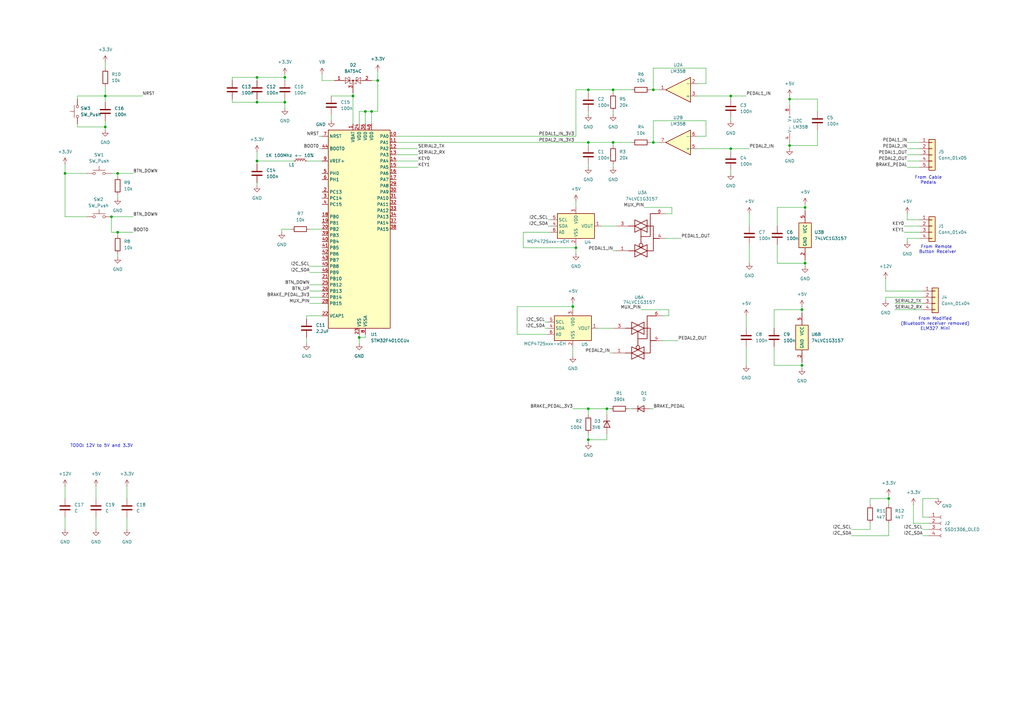
<source format=kicad_sch>
(kicad_sch (version 20231120) (generator "eeschema") (generator_version "8.0")
  (paper "A3")
  (title_block (title "Cruise Control") (date "2024-03-09") (rev "1.0") (company "Beni"))
  (lib_symbols
    (symbol "74xGxx:74LVC1G3157"
      (property "Reference" "U" (at 5.08 7.62 0))
      (property "Value" "74LVC1G3157" (at 10.16 -7.62 0))
      (symbol "74LVC1G3157_1_1"
        (pin bidirectional line (at 10.16 5.08 180) (length 5.08) (name "~") (number "1"))
        (pin bidirectional line (at 10.16 -5.08 180) (length 5.08) (name "~") (number "3"))
        (pin bidirectional line (at -10.16 0 0) (length 5.08) (name "~") (number "4"))
        (pin input line (at -10.16 -10.16 0) (length 5.08) (name "~") (number "6"))
      )
      (symbol "74LVC1G3157_2_1"
        (pin power_in line (at 0 -10.16 90) (length 5.08) (name "GND") (number "2"))
        (pin power_in line (at 0 10.16 270) (length 5.08) (name "VCC") (number "5"))
      )
    )
    (symbol "Amplifier_Operational:LM358" (pin_names (offset 0.127))
      (property "Reference" "U" (at 0 5.08 0))
      (property "Value" "LM358" (at 0 -5.08 0))
      (symbol "LM358_1_1"
        (pin output line (at 7.62 0 180) (length 2.54) (name "~") (number "1"))
        (pin input line (at -7.62 -2.54 0) (length 2.54) (name "-") (number "2"))
        (pin input line (at -7.62 2.54 0) (length 2.54) (name "+") (number "3"))
      )
      (symbol "LM358_2_1"
        (pin input line (at -7.62 2.54 0) (length 2.54) (name "+") (number "5"))
        (pin input line (at -7.62 -2.54 0) (length 2.54) (name "-") (number "6"))
        (pin output line (at 7.62 0 180) (length 2.54) (name "~") (number "7"))
      )
      (symbol "LM358_3_1"
        (pin power_in line (at -2.54 -7.62 90) (length 3.81) (name "V-") (number "4"))
        (pin power_in line (at -2.54 7.62 270) (length 3.81) (name "V+") (number "8"))
      )
    )
    (symbol "Analog_DAC:MCP4725xxx-xCH"
      (property "Reference" "U" (at -6.35 6.35 0))
      (property "Value" "MCP4725xxx-xCH" (at 8.89 6.35 0))
      (symbol "MCP4725xxx-xCH_1_1"
        (pin output line (at 10.16 0 180) (length 2.54) (name "VOUT") (number "1"))
        (pin power_in line (at 0 -7.62 90) (length 2.54) (name "VSS") (number "2"))
        (pin power_in line (at 0 7.62 270) (length 2.54) (name "VDD") (number "3"))
        (pin bidirectional line (at -10.16 0 0) (length 2.54) (name "SDA") (number "4"))
        (pin input line (at -10.16 2.54 0) (length 2.54) (name "SCL") (number "5"))
        (pin input line (at -10.16 -2.54 0) (length 2.54) (name "A0") (number "6"))
      )
    )
    (symbol "Connector:Conn_01x04_Socket" (pin_names (offset 1.016) hide)
      (property "Reference" "J" (at 0 5.08 0))
      (property "Value" "Conn_01x04_Socket" (at 0 -7.62 0))
      (symbol "Conn_01x04_Socket_1_1"
        (pin passive line (at -5.08 2.54 0) (length 3.81) (name "Pin_1") (number "1"))
        (pin passive line (at -5.08 0 0) (length 3.81) (name "Pin_2") (number "2"))
        (pin passive line (at -5.08 -2.54 0) (length 3.81) (name "Pin_3") (number "3"))
        (pin passive line (at -5.08 -5.08 0) (length 3.81) (name "Pin_4") (number "4"))
      )
    )
    (symbol "Connector_Generic:Conn_01x04" (pin_names (offset 1.016) hide)
      (property "Reference" "J" (at 0 5.08 0))
      (property "Value" "Conn_01x04" (at 0 -7.62 0))
      (symbol "Conn_01x04_1_1"
        (pin passive line (at -5.08 2.54 0) (length 3.81) (name "Pin_1") (number "1"))
        (pin passive line (at -5.08 0 0) (length 3.81) (name "Pin_2") (number "2"))
        (pin passive line (at -5.08 -2.54 0) (length 3.81) (name "Pin_3") (number "3"))
        (pin passive line (at -5.08 -5.08 0) (length 3.81) (name "Pin_4") (number "4"))
      )
    )
    (symbol "Connector_Generic:Conn_01x05" (pin_names (offset 1.016) hide)
      (property "Reference" "J" (at 0 7.62 0))
      (property "Value" "Conn_01x05" (at 0 -7.62 0))
      (symbol "Conn_01x05_1_1"
        (pin passive line (at -5.08 5.08 0) (length 3.81) (name "Pin_1") (number "1"))
        (pin passive line (at -5.08 2.54 0) (length 3.81) (name "Pin_2") (number "2"))
        (pin passive line (at -5.08 0 0) (length 3.81) (name "Pin_3") (number "3"))
        (pin passive line (at -5.08 -2.54 0) (length 3.81) (name "Pin_4") (number "4"))
        (pin passive line (at -5.08 -5.08 0) (length 3.81) (name "Pin_5") (number "5"))
      )
    )
    (symbol "Device:C" (pin_numbers hide) (pin_names (offset 0.254))
      (property "Reference" "C" (at 0.635 2.54 0))
      (property "Value" "C" (at 0.635 -2.54 0))
      (symbol "C_1_1"
        (pin passive line (at 0 3.81 270) (length 2.794) (name "~") (number "1"))
        (pin passive line (at 0 -3.81 90) (length 2.794) (name "~") (number "2"))
      )
    )
    (symbol "Device:D" (pin_numbers hide) (pin_names (offset 1.016) hide)
      (property "Reference" "D" (at 0 2.54 0))
      (property "Value" "D" (at 0 -2.54 0))
      (symbol "D_1_1"
        (pin passive line (at -3.81 0 0) (length 2.54) (name "K") (number "1"))
        (pin passive line (at 3.81 0 180) (length 2.54) (name "A") (number "2"))
      )
    )
    (symbol "Device:D_Zener" (pin_numbers hide) (pin_names (offset 1.016) hide)
      (property "Reference" "D" (at 0 2.54 0))
      (property "Value" "D_Zener" (at 0 -2.54 0))
      (symbol "D_Zener_1_1"
        (pin passive line (at -3.81 0 0) (length 2.54) (name "K") (number "1"))
        (pin passive line (at 3.81 0 180) (length 2.54) (name "A") (number "2"))
      )
    )
    (symbol "Device:L_Ferrite_Small" (pin_numbers hide) (pin_names (offset 0.254) hide)
      (property "Reference" "L" (at 1.27 1.016 0))
      (property "Value" "L_Ferrite_Small" (at 1.27 -1.27 0))
      (symbol "L_Ferrite_Small_1_1"
        (pin passive line (at 0 2.54 270) (length 0.508) (name "~") (number "1"))
        (pin passive line (at 0 -2.54 90) (length 0.508) (name "~") (number "2"))
      )
    )
    (symbol "Device:R" (pin_numbers hide) (pin_names (offset 0))
      (property "Reference" "R" (at 2.032 0 90))
      (property "Value" "R" (at 0 0 90))
      (symbol "R_1_1"
        (pin passive line (at 0 3.81 270) (length 1.27) (name "~") (number "1"))
        (pin passive line (at 0 -3.81 90) (length 1.27) (name "~") (number "2"))
      )
    )
    (symbol "Diode:BAT54C" (pin_names (offset 1.016))
      (property "Reference" "D" (at 0.635 -3.81 0))
      (property "Value" "BAT54C" (at -6.35 3.175 0))
      (symbol "BAT54C_1_1"
        (pin passive line (at -7.62 0 0) (length 3.81) (name "~") (number "1"))
        (pin passive line (at 7.62 0 180) (length 3.81) (name "~") (number "2"))
        (pin passive line (at 0 -5.08 90) (length 5.08) (name "~") (number "3"))
      )
    )
    (symbol "MCU_ST_STM32F4:STM32F401CCUx"
      (property "Reference" "U" (at -12.7 41.91 0))
      (property "Value" "STM32F401CCUx" (at 7.62 41.91 0))
      (symbol "STM32F401CCUx_1_1"
        (pin power_in line (at -2.54 43.18 270) (length 2.54) (name "VBAT") (number "1"))
        (pin bidirectional line (at 15.24 38.1 180) (length 2.54) (name "PA0") (number "10"))
        (pin bidirectional line (at 15.24 35.56 180) (length 2.54) (name "PA1") (number "11"))
        (pin bidirectional line (at 15.24 33.02 180) (length 2.54) (name "PA2") (number "12"))
        (pin bidirectional line (at 15.24 30.48 180) (length 2.54) (name "PA3") (number "13"))
        (pin bidirectional line (at 15.24 27.94 180) (length 2.54) (name "PA4") (number "14"))
        (pin bidirectional line (at 15.24 25.4 180) (length 2.54) (name "PA5") (number "15"))
        (pin bidirectional line (at 15.24 22.86 180) (length 2.54) (name "PA6") (number "16"))
        (pin bidirectional line (at 15.24 20.32 180) (length 2.54) (name "PA7") (number "17"))
        (pin bidirectional line (at -15.24 5.08 0) (length 2.54) (name "PB0") (number "18"))
        (pin bidirectional line (at -15.24 2.54 0) (length 2.54) (name "PB1") (number "19"))
        (pin bidirectional line (at -15.24 15.24 0) (length 2.54) (name "PC13") (number "2"))
        (pin bidirectional line (at -15.24 0 0) (length 2.54) (name "PB2") (number "20"))
        (pin bidirectional line (at -15.24 -20.32 0) (length 2.54) (name "PB10") (number "21"))
        (pin power_out line (at -15.24 -35.56 0) (length 2.54) (name "VCAP1") (number "22"))
        (pin power_in line (at 0 -43.18 90) (length 2.54) (name "VSS") (number "23"))
        (pin power_in line (at 0 43.18 270) (length 2.54) (name "VDD") (number "24"))
        (pin bidirectional line (at -15.24 -22.86 0) (length 2.54) (name "PB12") (number "25"))
        (pin bidirectional line (at -15.24 -25.4 0) (length 2.54) (name "PB13") (number "26"))
        (pin bidirectional line (at -15.24 -27.94 0) (length 2.54) (name "PB14") (number "27"))
        (pin bidirectional line (at -15.24 -30.48 0) (length 2.54) (name "PB15") (number "28"))
        (pin bidirectional line (at 15.24 17.78 180) (length 2.54) (name "PA8") (number "29"))
        (pin bidirectional line (at -15.24 12.7 0) (length 2.54) (name "PC14") (number "3"))
        (pin bidirectional line (at 15.24 15.24 180) (length 2.54) (name "PA9") (number "30"))
        (pin bidirectional line (at 15.24 12.7 180) (length 2.54) (name "PA10") (number "31"))
        (pin bidirectional line (at 15.24 10.16 180) (length 2.54) (name "PA11") (number "32"))
        (pin bidirectional line (at 15.24 7.62 180) (length 2.54) (name "PA12") (number "33"))
        (pin bidirectional line (at 15.24 5.08 180) (length 2.54) (name "PA13") (number "34"))
        (pin passive line (at 0 -43.18 90) (length 2.54) hide (name "VSS") (number "35"))
        (pin power_in line (at 2.54 43.18 270) (length 2.54) (name "VDD") (number "36"))
        (pin bidirectional line (at 15.24 2.54 180) (length 2.54) (name "PA14") (number "37"))
        (pin bidirectional line (at 15.24 0 180) (length 2.54) (name "PA15") (number "38"))
        (pin bidirectional line (at -15.24 -2.54 0) (length 2.54) (name "PB3") (number "39"))
        (pin bidirectional line (at -15.24 10.16 0) (length 2.54) (name "PC15") (number "4"))
        (pin bidirectional line (at -15.24 -5.08 0) (length 2.54) (name "PB4") (number "40"))
        (pin bidirectional line (at -15.24 -7.62 0) (length 2.54) (name "PB5") (number "41"))
        (pin bidirectional line (at -15.24 -10.16 0) (length 2.54) (name "PB6") (number "42"))
        (pin bidirectional line (at -15.24 -12.7 0) (length 2.54) (name "PB7") (number "43"))
        (pin input line (at -15.24 33.02 0) (length 2.54) (name "BOOT0") (number "44"))
        (pin bidirectional line (at -15.24 -15.24 0) (length 2.54) (name "PB8") (number "45"))
        (pin bidirectional line (at -15.24 -17.78 0) (length 2.54) (name "PB9") (number "46"))
        (pin passive line (at 0 -43.18 90) (length 2.54) hide (name "VSS") (number "47"))
        (pin power_in line (at 5.08 43.18 270) (length 2.54) (name "VDD") (number "48"))
        (pin passive line (at 0 -43.18 90) (length 2.54) hide (name "VSS") (number "49"))
        (pin bidirectional line (at -15.24 22.86 0) (length 2.54) (name "PH0") (number "5"))
        (pin bidirectional line (at -15.24 20.32 0) (length 2.54) (name "PH1") (number "6"))
        (pin input line (at -15.24 38.1 0) (length 2.54) (name "NRST") (number "7"))
        (pin power_in line (at 2.54 -43.18 90) (length 2.54) (name "VSSA") (number "8"))
        (pin input line (at -15.24 27.94 0) (length 2.54) (name "VREF+") (number "9"))
      )
    )
    (symbol "Switch:SW_Push" (pin_numbers hide) (pin_names (offset 1.016) hide)
      (property "Reference" "SW" (at 1.27 2.54 0))
      (property "Value" "SW_Push" (at 0 -1.524 0))
      (symbol "SW_Push_0_1"
        (pin passive line (at -5.08 0 0) (length 2.54) (name "1") (number "1"))
        (pin passive line (at 5.08 0 180) (length 2.54) (name "2") (number "2"))
      )
    )
    (symbol "power:+12V" (power) (pin_numbers hide) (pin_names (offset 0) hide)
      (property "Value" "+12V" (at 0 3.556 0))
      (symbol "+12V_1_1"
        (pin power_in line (at 0 0 90) (length 0) (name "~") (number "1"))
      )
    )
    (symbol "power:+3.3V" (power) (pin_numbers hide) (pin_names (offset 0) hide)
      (property "Value" "+3.3V" (at 0 3.556 0))
      (symbol "+3.3V_1_1"
        (pin power_in line (at 0 0 90) (length 0) (name "~") (number "1"))
      )
    )
    (symbol "power:+5V" (power) (pin_numbers hide) (pin_names (offset 0) hide)
      (property "Value" "+5V" (at 0 3.556 0))
      (symbol "+5V_1_1"
        (pin power_in line (at 0 0 90) (length 0) (name "~") (number "1"))
      )
    )
    (symbol "power:GND" (power) (pin_numbers hide) (pin_names (offset 0) hide)
      (property "Value" "GND" (at 0 -3.81 0))
      (symbol "GND_1_1"
        (pin power_in line (at 0 0 270) (length 0) (name "~") (number "1"))
      )
    )
    (symbol "power:VCC" (power) (pin_numbers hide) (pin_names (offset 0) hide)
      (property "Value" "VCC" (at 0 3.556 0))
      (symbol "VCC_1_1"
        (pin power_in line (at 0 0 90) (length 0) (name "~") (number "1"))
      )
    )
  )
  (junction (at 330.2 107.95))
  (junction (at 147.32 138.43))
  (junction (at 328.93 127))
  (junction (at 152.4 45.72))
  (junction (at 48.26 71.12))
  (junction (at 323.85 59.69))
  (junction (at 323.85 40.64))
  (junction (at 248.92 167.64))
  (junction (at 234.95 125.73))
  (junction (at 48.26 95.25))
  (junction (at 267.97 36.83))
  (junction (at 105.41 31.75))
  (junction (at 105.41 66.04))
  (junction (at 241.3 180.34))
  (junction (at 330.2 85.09))
  (junction (at 144.78 39.37))
  (junction (at 299.72 39.37))
  (junction (at 45.72 88.9))
  (junction (at 364.49 204.47))
  (junction (at 241.3 36.83))
  (junction (at 251.46 58.42))
  (junction (at 149.86 45.72))
  (junction (at 26.67 71.12))
  (junction (at 116.84 31.75))
  (junction (at 328.93 149.86))
  (junction (at 43.18 39.37))
  (junction (at 236.22 101.6))
  (junction (at 251.46 36.83))
  (junction (at 116.84 41.91))
  (junction (at 241.3 167.64))
  (junction (at 267.97 58.42))
  (junction (at 43.18 52.07))
  (junction (at 154.94 33.02))
  (junction (at 105.41 41.91))
  (junction (at 299.72 60.96))
  (junction (at 241.3 58.42))
  (wire (pts (xy 273.05 87.63) (xy 275.59 87.63)))
  (wire (pts (xy 125.73 129.54) (xy 132.08 129.54)))
  (wire (pts (xy 335.28 53.34) (xy 335.28 59.69)))
  (wire (pts (xy 245.11 134.62) (xy 251.46 134.62)))
  (wire (pts (xy 48.26 95.25) (xy 48.26 96.52)))
  (wire (pts (xy 289.56 27.94) (xy 267.97 27.94)))
  (wire (pts (xy 149.86 138.43) (xy 149.86 137.16)))
  (wire (pts (xy 144.78 38.1) (xy 144.78 39.37)))
  (wire (pts (xy 363.22 121.92) (xy 378.46 121.92)))
  (wire (pts (xy 45.72 88.9) (xy 54.61 88.9)))
  (wire (pts (xy 372.11 97.79) (xy 372.11 99.06)))
  (wire (pts (xy 241.3 67.31) (xy 241.3 68.58)))
  (wire (pts (xy 378.46 219.71) (xy 381 219.71)))
  (wire (pts (xy 250.19 167.64) (xy 248.92 167.64)))
  (wire (pts (xy 52.07 199.39) (xy 52.07 204.47)))
  (wire (pts (xy 328.93 148.59) (xy 328.93 149.86)))
  (wire (pts (xy 318.77 92.71) (xy 318.77 85.09)))
  (wire (pts (xy 224.79 90.17) (xy 226.06 90.17)))
  (wire (pts (xy 115.57 93.98) (xy 115.57 95.25)))
  (wire (pts (xy 48.26 80.01) (xy 48.26 81.28)))
  (wire (pts (xy 162.56 68.58) (xy 171.45 68.58)))
  (wire (pts (xy 135.89 46.99) (xy 135.89 49.53)))
  (wire (pts (xy 147.32 138.43) (xy 149.86 138.43)))
  (wire (pts (xy 162.56 58.42) (xy 241.3 58.42)))
  (wire (pts (xy 251.46 59.69) (xy 251.46 58.42)))
  (wire (pts (xy 367.03 127) (xy 378.46 127)))
  (wire (pts (xy 335.28 45.72) (xy 335.28 40.64)))
  (wire (pts (xy 43.18 39.37) (xy 43.18 41.91)))
  (wire (pts (xy 285.75 39.37) (xy 299.72 39.37)))
  (wire (pts (xy 364.49 214.63) (xy 364.49 219.71)))
  (wire (pts (xy 299.72 69.85) (xy 299.72 71.12)))
  (wire (pts (xy 328.93 127) (xy 328.93 128.27)))
  (wire (pts (xy 127 109.22) (xy 132.08 109.22)))
  (wire (pts (xy 251.46 36.83) (xy 259.08 36.83)))
  (wire (pts (xy 267.97 58.42) (xy 270.51 58.42)))
  (wire (pts (xy 95.25 31.75) (xy 105.41 31.75)))
  (wire (pts (xy 246.38 92.71) (xy 252.73 92.71)))
  (wire (pts (xy 127 119.38) (xy 132.08 119.38)))
  (wire (pts (xy 26.67 67.31) (xy 26.67 71.12)))
  (wire (pts (xy 43.18 49.53) (xy 43.18 52.07)))
  (wire (pts (xy 248.92 167.64) (xy 241.3 167.64)))
  (wire (pts (xy 48.26 71.12) (xy 54.61 71.12)))
  (wire (pts (xy 259.08 167.64) (xy 257.81 167.64)))
  (wire (pts (xy 372.11 90.17) (xy 377.19 90.17)))
  (wire (pts (xy 241.3 45.72) (xy 241.3 46.99)))
  (wire (pts (xy 285.75 55.88) (xy 289.56 55.88)))
  (wire (pts (xy 48.26 95.25) (xy 45.72 95.25)))
  (wire (pts (xy 271.78 129.54) (xy 274.32 129.54)))
  (wire (pts (xy 116.84 41.91) (xy 116.84 44.45)))
  (wire (pts (xy 214.63 101.6) (xy 236.22 101.6)))
  (wire (pts (xy 127 116.84) (xy 132.08 116.84)))
  (wire (pts (xy 224.79 92.71) (xy 226.06 92.71)))
  (wire (pts (xy 289.56 49.53) (xy 267.97 49.53)))
  (wire (pts (xy 267.97 49.53) (xy 267.97 58.42)))
  (wire (pts (xy 318.77 107.95) (xy 330.2 107.95)))
  (wire (pts (xy 241.3 36.83) (xy 236.22 36.83)))
  (wire (pts (xy 154.94 33.02) (xy 154.94 45.72)))
  (wire (pts (xy 241.3 177.8) (xy 241.3 180.34)))
  (wire (pts (xy 52.07 212.09) (xy 52.07 217.17)))
  (wire (pts (xy 299.72 39.37) (xy 299.72 40.64)))
  (wire (pts (xy 317.5 142.24) (xy 317.5 149.86)))
  (wire (pts (xy 273.05 97.79) (xy 279.4 97.79)))
  (wire (pts (xy 226.06 95.25) (xy 214.63 95.25)))
  (wire (pts (xy 330.2 85.09) (xy 330.2 86.36)))
  (wire (pts (xy 127 124.46) (xy 132.08 124.46)))
  (wire (pts (xy 285.75 34.29) (xy 289.56 34.29)))
  (wire (pts (xy 119.38 93.98) (xy 115.57 93.98)))
  (wire (pts (xy 378.46 212.09) (xy 381 212.09)))
  (wire (pts (xy 251.46 38.1) (xy 251.46 36.83)))
  (wire (pts (xy 116.84 31.75) (xy 116.84 33.02)))
  (wire (pts (xy 364.49 204.47) (xy 364.49 207.01)))
  (wire (pts (xy 125.73 138.43) (xy 125.73 140.97)))
  (wire (pts (xy 364.49 219.71) (xy 349.25 219.71)))
  (wire (pts (xy 154.94 29.21) (xy 154.94 33.02)))
  (wire (pts (xy 241.3 167.64) (xy 241.3 170.18)))
  (wire (pts (xy 212.09 125.73) (xy 212.09 137.16)))
  (wire (pts (xy 105.41 40.64) (xy 105.41 41.91)))
  (wire (pts (xy 317.5 127) (xy 328.93 127)))
  (wire (pts (xy 370.84 92.71) (xy 377.19 92.71)))
  (wire (pts (xy 35.56 88.9) (xy 26.67 88.9)))
  (wire (pts (xy 130.81 55.88) (xy 132.08 55.88)))
  (wire (pts (xy 330.2 83.82) (xy 330.2 85.09)))
  (wire (pts (xy 307.34 87.63) (xy 307.34 92.71)))
  (wire (pts (xy 363.22 114.3) (xy 363.22 119.38)))
  (wire (pts (xy 299.72 60.96) (xy 299.72 62.23)))
  (wire (pts (xy 241.3 58.42) (xy 251.46 58.42)))
  (wire (pts (xy 236.22 101.6) (xy 236.22 104.14)))
  (wire (pts (xy 236.22 36.83) (xy 236.22 55.88)))
  (wire (pts (xy 152.4 45.72) (xy 152.4 50.8)))
  (wire (pts (xy 289.56 55.88) (xy 289.56 49.53)))
  (wire (pts (xy 317.5 134.62) (xy 317.5 127)))
  (wire (pts (xy 377.19 97.79) (xy 372.11 97.79)))
  (wire (pts (xy 328.93 125.73) (xy 328.93 127)))
  (wire (pts (xy 262.89 127) (xy 274.32 127)))
  (wire (pts (xy 127 93.98) (xy 132.08 93.98)))
  (wire (pts (xy 214.63 95.25) (xy 214.63 101.6)))
  (wire (pts (xy 43.18 25.4) (xy 43.18 27.94)))
  (wire (pts (xy 43.18 39.37) (xy 58.42 39.37)))
  (wire (pts (xy 31.75 52.07) (xy 43.18 52.07)))
  (wire (pts (xy 162.56 55.88) (xy 236.22 55.88)))
  (wire (pts (xy 105.41 41.91) (xy 95.25 41.91)))
  (wire (pts (xy 266.7 58.42) (xy 267.97 58.42)))
  (wire (pts (xy 267.97 36.83) (xy 266.7 36.83)))
  (wire (pts (xy 212.09 125.73) (xy 234.95 125.73)))
  (wire (pts (xy 26.67 199.39) (xy 26.67 204.47)))
  (wire (pts (xy 130.81 60.96) (xy 132.08 60.96)))
  (wire (pts (xy 31.75 52.07) (xy 31.75 50.8)))
  (wire (pts (xy 335.28 40.64) (xy 323.85 40.64)))
  (wire (pts (xy 105.41 31.75) (xy 105.41 33.02)))
  (wire (pts (xy 147.32 138.43) (xy 147.32 140.97)))
  (wire (pts (xy 105.41 41.91) (xy 116.84 41.91)))
  (wire (pts (xy 372.11 66.04) (xy 377.19 66.04)))
  (wire (pts (xy 162.56 66.04) (xy 171.45 66.04)))
  (wire (pts (xy 127 121.92) (xy 132.08 121.92)))
  (wire (pts (xy 241.3 36.83) (xy 251.46 36.83)))
  (wire (pts (xy 323.85 59.69) (xy 323.85 60.96)))
  (wire (pts (xy 264.16 85.09) (xy 275.59 85.09)))
  (wire (pts (xy 372.11 58.42) (xy 377.19 58.42)))
  (wire (pts (xy 306.07 142.24) (xy 306.07 149.86)))
  (wire (pts (xy 318.77 100.33) (xy 318.77 107.95)))
  (wire (pts (xy 45.72 95.25) (xy 45.72 88.9)))
  (wire (pts (xy 132.08 30.48) (xy 132.08 33.02)))
  (wire (pts (xy 147.32 45.72) (xy 147.32 50.8)))
  (wire (pts (xy 105.41 66.04) (xy 120.65 66.04)))
  (wire (pts (xy 125.73 130.81) (xy 125.73 129.54)))
  (wire (pts (xy 251.46 67.31) (xy 251.46 68.58)))
  (wire (pts (xy 318.77 85.09) (xy 330.2 85.09)))
  (wire (pts (xy 251.46 102.87) (xy 252.73 102.87)))
  (wire (pts (xy 48.26 104.14) (xy 48.26 105.41)))
  (wire (pts (xy 132.08 33.02) (xy 137.16 33.02)))
  (wire (pts (xy 378.46 217.17) (xy 381 217.17)))
  (wire (pts (xy 267.97 36.83) (xy 270.51 36.83)))
  (wire (pts (xy 372.11 68.58) (xy 377.19 68.58)))
  (wire (pts (xy 267.97 27.94) (xy 267.97 36.83)))
  (wire (pts (xy 26.67 71.12) (xy 35.56 71.12)))
  (wire (pts (xy 31.75 39.37) (xy 31.75 40.64)))
  (wire (pts (xy 212.09 137.16) (xy 224.79 137.16)))
  (wire (pts (xy 363.22 119.38) (xy 378.46 119.38)))
  (wire (pts (xy 330.2 106.68) (xy 330.2 107.95)))
  (wire (pts (xy 43.18 35.56) (xy 43.18 39.37)))
  (wire (pts (xy 274.32 127) (xy 274.32 129.54)))
  (wire (pts (xy 149.86 45.72) (xy 149.86 50.8)))
  (wire (pts (xy 154.94 45.72) (xy 152.4 45.72)))
  (wire (pts (xy 328.93 151.13) (xy 328.93 149.86)))
  (wire (pts (xy 105.41 62.23) (xy 105.41 66.04)))
  (wire (pts (xy 241.3 38.1) (xy 241.3 36.83)))
  (wire (pts (xy 241.3 180.34) (xy 241.3 181.61)))
  (wire (pts (xy 45.72 71.12) (xy 48.26 71.12)))
  (wire (pts (xy 335.28 59.69) (xy 323.85 59.69)))
  (wire (pts (xy 116.84 30.48) (xy 116.84 31.75)))
  (wire (pts (xy 125.73 66.04) (xy 132.08 66.04)))
  (wire (pts (xy 267.97 167.64) (xy 266.7 167.64)))
  (wire (pts (xy 356.87 204.47) (xy 356.87 207.01)))
  (wire (pts (xy 374.65 207.01) (xy 374.65 214.63)))
  (wire (pts (xy 223.52 132.08) (xy 224.79 132.08)))
  (wire (pts (xy 234.95 167.64) (xy 241.3 167.64)))
  (wire (pts (xy 378.46 204.47) (xy 384.81 204.47)))
  (wire (pts (xy 289.56 34.29) (xy 289.56 27.94)))
  (wire (pts (xy 147.32 137.16) (xy 147.32 138.43)))
  (wire (pts (xy 323.85 40.64) (xy 323.85 43.18)))
  (wire (pts (xy 299.72 60.96) (xy 307.34 60.96)))
  (wire (pts (xy 39.37 212.09) (xy 39.37 217.17)))
  (wire (pts (xy 241.3 59.69) (xy 241.3 58.42)))
  (wire (pts (xy 162.56 60.96) (xy 171.45 60.96)))
  (wire (pts (xy 330.2 109.22) (xy 330.2 107.95)))
  (wire (pts (xy 234.95 124.46) (xy 234.95 125.73)))
  (wire (pts (xy 323.85 58.42) (xy 323.85 59.69)))
  (wire (pts (xy 162.56 63.5) (xy 171.45 63.5)))
  (wire (pts (xy 307.34 100.33) (xy 307.34 107.95)))
  (wire (pts (xy 105.41 67.31) (xy 105.41 66.04)))
  (wire (pts (xy 356.87 204.47) (xy 364.49 204.47)))
  (wire (pts (xy 39.37 199.39) (xy 39.37 204.47)))
  (wire (pts (xy 105.41 31.75) (xy 116.84 31.75)))
  (wire (pts (xy 372.11 63.5) (xy 377.19 63.5)))
  (wire (pts (xy 372.11 60.96) (xy 377.19 60.96)))
  (wire (pts (xy 378.46 204.47) (xy 378.46 212.09)))
  (wire (pts (xy 306.07 129.54) (xy 306.07 134.62)))
  (wire (pts (xy 152.4 33.02) (xy 154.94 33.02)))
  (wire (pts (xy 248.92 167.64) (xy 248.92 170.18)))
  (wire (pts (xy 299.72 39.37) (xy 306.07 39.37)))
  (wire (pts (xy 356.87 214.63) (xy 356.87 217.17)))
  (wire (pts (xy 367.03 124.46) (xy 378.46 124.46)))
  (wire (pts (xy 250.19 144.78) (xy 251.46 144.78)))
  (wire (pts (xy 251.46 58.42) (xy 259.08 58.42)))
  (wire (pts (xy 48.26 71.12) (xy 48.26 72.39)))
  (wire (pts (xy 251.46 45.72) (xy 251.46 46.99)))
  (wire (pts (xy 248.92 177.8) (xy 248.92 180.34)))
  (wire (pts (xy 144.78 39.37) (xy 144.78 50.8)))
  (wire (pts (xy 285.75 60.96) (xy 299.72 60.96)))
  (wire (pts (xy 31.75 39.37) (xy 43.18 39.37)))
  (wire (pts (xy 223.52 134.62) (xy 224.79 134.62)))
  (wire (pts (xy 26.67 212.09) (xy 26.67 217.17)))
  (wire (pts (xy 95.25 33.02) (xy 95.25 31.75)))
  (wire (pts (xy 95.25 41.91) (xy 95.25 40.64)))
  (wire (pts (xy 381 214.63) (xy 374.65 214.63)))
  (wire (pts (xy 149.86 45.72) (xy 152.4 45.72)))
  (wire (pts (xy 105.41 74.93) (xy 105.41 76.2)))
  (wire (pts (xy 275.59 85.09) (xy 275.59 87.63)))
  (wire (pts (xy 299.72 48.26) (xy 299.72 49.53)))
  (wire (pts (xy 236.22 100.33) (xy 236.22 101.6)))
  (wire (pts (xy 364.49 203.2) (xy 364.49 204.47)))
  (wire (pts (xy 370.84 95.25) (xy 377.19 95.25)))
  (wire (pts (xy 116.84 40.64) (xy 116.84 41.91)))
  (wire (pts (xy 43.18 53.34) (xy 43.18 52.07)))
  (wire (pts (xy 147.32 45.72) (xy 149.86 45.72)))
  (wire (pts (xy 234.95 125.73) (xy 234.95 127)))
  (wire (pts (xy 248.92 180.34) (xy 241.3 180.34)))
  (wire (pts (xy 26.67 71.12) (xy 26.67 88.9)))
  (wire (pts (xy 135.89 39.37) (xy 144.78 39.37)))
  (wire (pts (xy 236.22 82.55) (xy 236.22 85.09)))
  (wire (pts (xy 234.95 142.24) (xy 234.95 146.05)))
  (wire (pts (xy 317.5 149.86) (xy 328.93 149.86)))
  (wire (pts (xy 271.78 139.7) (xy 278.13 139.7)))
  (wire (pts (xy 349.25 217.17) (xy 356.87 217.17)))
  (wire (pts (xy 54.61 95.25) (xy 48.26 95.25)))
  (wire (pts (xy 323.85 39.37) (xy 323.85 40.64)))
  (wire (pts (xy 363.22 121.92) (xy 363.22 123.19)))
  (wire (pts (xy 127 111.76) (xy 132.08 111.76)))
  (wire (pts (xy 372.11 87.63) (xy 372.11 90.17)))
  (text "From Cable\nPedals" (at 380.746 73.914 0) (effects (font (size 1.27 1.27))))
  (text "TODO: 12V to 5V and 3.3V\n" (at 41.656 182.88 0) (effects (font (size 1.27 1.27))))
  (text "From Modified\n(Bluetooth receiver removed)\nELM327 Mini" (at 383.54 132.842 0) (effects (font (size 1.27 1.27))))
  (text "From Remote \nButton Receiver" (at 384.556 102.362 0) (effects (font (size 1.27 1.27))))
  (label "I2C_SCL" (at 378.46 217.17 180))
  (label "PEDAL2_OUT" (at 278.13 139.7 0))
  (label "I2C_SDA" (at 378.46 219.71 180))
  (label "PEDAL1_IN" (at 372.11 58.42 180))
  (label "SERIAL2_TX" (at 171.45 60.96 0))
  (label "PEDAL1_OUT" (at 372.11 63.5 180))
  (label "BRAKE_PEDAL" (at 372.11 68.58 180))
  (label "I2C_SDA" (at 127 111.76 180))
  (label "SERIAL2_RX" (at 171.45 63.5 0))
  (label "BOOT0" (at 130.81 60.96 180))
  (label "I2C_SDA" (at 224.79 92.71 180))
  (label "I2C_SCL" (at 349.25 217.17 180))
  (label "SERIAL2_TX" (at 367.03 124.46 0))
  (label "I2C_SCL" (at 127 109.22 180))
  (label "KEY1" (at 370.84 95.25 180))
  (label "NRST" (at 130.81 55.88 180))
  (label "MUX_PIN" (at 262.89 127 180))
  (label "PEDAL2_IN" (at 372.11 60.96 180))
  (label "KEY0" (at 171.45 66.04 0))
  (label "I2C_SDA" (at 223.52 134.62 180))
  (label "I2C_SCL" (at 223.52 132.08 180))
  (label "PEDAL1_OUT" (at 279.4 97.79 0))
  (label "PEDAL2_OUT" (at 372.11 66.04 180))
  (label "BOOT0" (at 54.61 95.25 0))
  (label "BTN_DOWN" (at 54.61 71.12 0))
  (label "I2C_SCL" (at 224.79 90.17 180))
  (label "PEDAL1_IN_3V3" (at 220.98 55.88 0))
  (label "BTN_DOWN" (at 54.61 88.9 0))
  (label "KEY0" (at 370.84 92.71 180))
  (label "PEDAL2_IN" (at 307.34 60.96 0))
  (label "BTN_DOWN" (at 127 116.84 180))
  (label "BTN_UP" (at 127 119.38 180))
  (label "KEY1" (at 171.45 68.58 0))
  (label "PEDAL1_IN" (at 306.07 39.37 0))
  (label "I2C_SDA" (at 349.25 219.71 180))
  (label "BRAKE_PEDAL" (at 267.97 167.64 0))
  (label "MUX_PIN" (at 264.16 85.09 180))
  (label "MUX_PIN" (at 127 124.46 180))
  (label "PEDAL2_IN_3V3" (at 220.98 58.42 0))
  (label "NRST" (at 58.42 39.37 0))
  (label "SERIAL2_RX" (at 367.03 127 0))
  (label "BRAKE_PEDAL_3V3" (at 127 121.92 180))
  (label "BRAKE_PEDAL_3V3" (at 234.95 167.64 180))
  (label "PEDAL2_IN" (at 250.19 144.78 180))
  (label "PEDAL1_IN" (at 251.46 102.87 180))
  (symbol (lib_id "Device:C") (at 39.37 208.28 0) (unit 1)
    (property "Reference" "C19" (at 43.18 207.0099 0) (effects (justify left)))
    (property "Value" "C" (at 43.18 209.5499 0) (effects (justify left)))
    (property "Description" "Unpolarized capacitor" (effects (hide yes)))
  )
  (symbol (lib_id "Device:R") (at 251.46 41.91 180) (unit 1)
    (property "Reference" "R5" (at 254 40.6399 0) (effects (justify right)))
    (property "Value" "20k" (at 254 43.1799 0) (effects (justify right)))
    (property "Description" "Resistor" (effects (hide yes)))
  )
  (symbol (lib_id "power:GND") (at 116.84 44.45 0) (unit 1)
    (property "Reference" "#PWR026" (effects (hide yes)))
    (property "Value" "GND" (at 116.84 49.53 0))
    (property "Description" "Power symbol creates a global label with name \"GND\" , ground" (effects (hide yes)))
  )
  (symbol (lib_id "Device:C") (at 116.84 36.83 0) (unit 1)
    (property "Reference" "C10" (at 120.65 35.5599 0) (effects (justify left)))
    (property "Value" "100n" (at 120.65 38.0999 0) (effects (justify left)))
    (property "Description" "Unpolarized capacitor" (effects (hide yes)))
  )
  (symbol (lib_id "74xGxx:74LVC1G3157") (at 328.93 138.43 0) (unit 2)
    (property "Reference" "U6" (at 332.74 137.1599 0) (effects (justify left)))
    (property "Value" "74LVC1G3157" (at 332.74 139.6999 0) (effects (justify left)))
    (property "Datasheet" "http://www.ti.com/lit/sg/scyt129e/scyt129e.pdf" (effects (hide yes)))
    (property "Description" "SPDT Analog Switch, Low-Voltage CMOS" (effects (hide yes)))
  )
  (symbol (lib_id "power:GND") (at 48.26 81.28 0) (unit 1)
    (property "Reference" "#PWR034" (effects (hide yes)))
    (property "Value" "GND" (at 48.26 86.36 0))
    (property "Description" "Power symbol creates a global label with name \"GND\" , ground" (effects (hide yes)))
  )
  (symbol (lib_id "Connector_Generic:Conn_01x04") (at 382.27 92.71 0) (unit 1)
    (property "Reference" "J1" (at 384.81 92.7099 0) (effects (justify left)))
    (property "Value" "Conn_01x04" (at 384.81 95.2499 0) (effects (justify left)))
    (property "Description" "Generic connector, single row, 01x04, script generated (kicad-library-utils/schlib/autogen/connector/)" (effects (hide yes)))
  )
  (symbol (lib_id "Switch:SW_Push") (at 40.64 88.9 0) (unit 1)
    (property "Reference" "SW2" (at 40.386 81.788 0))
    (property "Value" "SW_Push" (at 40.386 84.328 0))
    (property "Description" "Push button switch, generic, two pins" (effects (hide yes)))
  )
  (symbol (lib_id "power:+5V") (at 323.85 39.37 0) (unit 1)
    (property "Reference" "#PWR010" (effects (hide yes)))
    (property "Value" "+5V" (at 323.85 34.29 0))
    (property "Description" "Power symbol creates a global label with name \"+5V\"" (effects (hide yes)))
  )
  (symbol (lib_id "power:GND") (at 105.41 76.2 0) (unit 1)
    (property "Reference" "#PWR028" (effects (hide yes)))
    (property "Value" "GND" (at 105.41 81.28 0))
    (property "Description" "Power symbol creates a global label with name \"GND\" , ground" (effects (hide yes)))
  )
  (symbol (lib_id "Device:C") (at 306.07 138.43 0) (unit 1)
    (property "Reference" "C8" (at 309.88 137.1599 0) (effects (justify left)))
    (property "Value" "100n" (at 309.88 139.6999 0) (effects (justify left)))
    (property "Description" "Unpolarized capacitor" (effects (hide yes)))
  )
  (symbol (lib_id "Device:C") (at 318.77 96.52 0) (unit 1)
    (property "Reference" "C6" (at 322.58 95.2499 0) (effects (justify left)))
    (property "Value" "100n" (at 322.58 97.7899 0) (effects (justify left)))
    (property "Description" "Unpolarized capacitor" (effects (hide yes)))
  )
  (symbol (lib_id "Device:D_Zener") (at 248.92 173.99 90) (mirror x) (unit 1)
    (property "Reference" "D3" (at 246.38 172.7199 90) (effects (justify left)))
    (property "Value" "3V6" (at 246.38 175.2599 90) (effects (justify left)))
    (property "Description" "Zener diode" (effects (hide yes)))
  )
  (symbol (lib_id "power:+3.3V") (at 364.49 203.2 0) (unit 1)
    (property "Reference" "#PWR041" (effects (hide yes)))
    (property "Value" "+3.3V" (at 364.49 198.12 0))
    (property "Description" "Power symbol creates a global label with name \"+3.3V\"" (effects (hide yes)))
  )
  (symbol (lib_id "power:GND") (at 363.22 123.19 0) (unit 1)
    (property "Reference" "#PWR043" (effects (hide yes)))
    (property "Value" "GND" (at 363.22 128.27 0))
    (property "Description" "Power symbol creates a global label with name \"GND\" , ground" (effects (hide yes)))
  )
  (symbol (lib_id "power:+5V") (at 372.11 87.63 0) (unit 1)
    (property "Reference" "#PWR037" (effects (hide yes)))
    (property "Value" "+5V" (at 372.11 82.55 0))
    (property "Description" "Power symbol creates a global label with name \"+5V\"" (effects (hide yes)))
  )
  (symbol (lib_id "Device:C") (at 26.67 208.28 0) (unit 1)
    (property "Reference" "C17" (at 30.48 207.0099 0) (effects (justify left)))
    (property "Value" "C" (at 30.48 209.5499 0) (effects (justify left)))
    (property "Description" "Unpolarized capacitor" (effects (hide yes)))
  )
  (symbol (lib_id "Device:R") (at 262.89 58.42 90) (unit 1)
    (property "Reference" "R4" (at 262.89 52.07 90))
    (property "Value" "10k" (at 262.89 54.61 90))
    (property "Description" "Resistor" (effects (hide yes)))
  )
  (symbol (lib_id "Analog_DAC:MCP4725xxx-xCH") (at 236.22 92.71 0) (unit 1)
    (property "Reference" "U4" (at 241.046 99.314 0))
    (property "Value" "MCP4725xxx-xCH" (at 224.79 99.06 0))
    (property "Footprint" "Package_TO_SOT_SMD:SOT-23-6" (effects (hide yes)))
    (property "Datasheet" "http://ww1.microchip.com/downloads/en/DeviceDoc/22039d.pdf" (effects (hide yes)))
    (property "Description" "12-bit Digital-to-Analog Converter, integrated EEPROM, I2C interface, SOT-23-6" (effects (hide yes)))
  )
  (symbol (lib_id "Connector_Generic:Conn_01x04") (at 383.54 121.92 0) (unit 1)
    (property "Reference" "J4" (at 386.08 121.9199 0) (effects (justify left)))
    (property "Value" "Conn_01x04" (at 386.08 124.4599 0) (effects (justify left)))
    (property "Description" "Generic connector, single row, 01x04, script generated (kicad-library-utils/schlib/autogen/connector/)" (effects (hide yes)))
  )
  (symbol (lib_id "Device:R") (at 356.87 210.82 180) (unit 1)
    (property "Reference" "R11" (at 359.41 209.5499 0) (effects (justify right)))
    (property "Value" "4k7" (at 359.41 212.0899 0) (effects (justify right)))
    (property "Description" "Resistor" (effects (hide yes)))
  )
  (symbol (lib_id "Diode:BAT54C") (at 144.78 33.02 0) (unit 1)
    (property "Reference" "D2" (at 144.78 26.67 0))
    (property "Value" "BAT54C" (at 144.78 29.21 0))
    (property "Footprint" "Package_TO_SOT_SMD:SOT-23" (effects (hide yes)))
    (property "Datasheet" "http://www.diodes.com/_files/datasheets/ds11005.pdf" (effects (hide yes)))
    (property "Description" "dual schottky barrier diode, common cathode" (effects (hide yes)))
  )
  (symbol (lib_id "Device:C") (at 52.07 208.28 0) (unit 1)
    (property "Reference" "C18" (at 55.88 207.0099 0) (effects (justify left)))
    (property "Value" "C" (at 55.88 209.5499 0) (effects (justify left)))
    (property "Description" "Unpolarized capacitor" (effects (hide yes)))
  )
  (symbol (lib_id "Device:C") (at 105.41 71.12 0) (unit 1)
    (property "Reference" "C14" (at 109.22 69.8499 0) (effects (justify left)))
    (property "Value" "100n" (at 109.22 72.3899 0) (effects (justify left)))
    (property "Description" "Unpolarized capacitor" (effects (hide yes)))
  )
  (symbol (lib_id "Device:R") (at 241.3 173.99 0) (mirror x) (unit 1)
    (property "Reference" "R2" (at 238.76 172.7199 0) (effects (justify right)))
    (property "Value" "100k" (at 238.76 175.2599 0) (effects (justify right)))
    (property "Description" "Resistor" (effects (hide yes)))
  )
  (symbol (lib_id "Device:C") (at 241.3 41.91 0) (unit 1)
    (property "Reference" "C2" (at 245.11 40.6399 0) (effects (justify left)))
    (property "Value" "100n" (at 245.11 43.1799 0) (effects (justify left)))
    (property "Description" "Unpolarized capacitor" (effects (hide yes)))
  )
  (symbol (lib_id "power:+3.3V") (at 52.07 199.39 0) (unit 1)
    (property "Reference" "#PWR046" (effects (hide yes)))
    (property "Value" "+3.3V" (at 52.07 194.31 0))
    (property "Description" "Power symbol creates a global label with name \"+3.3V\"" (effects (hide yes)))
  )
  (symbol (lib_id "Device:R") (at 123.19 93.98 90) (unit 1)
    (property "Reference" "R7" (at 123.19 87.63 90))
    (property "Value" "10k" (at 123.19 90.17 90))
    (property "Description" "Resistor" (effects (hide yes)))
  )
  (symbol (lib_id "power:+3.3V") (at 26.67 67.31 0) (unit 1)
    (property "Reference" "#PWR033" (effects (hide yes)))
    (property "Value" "+3.3V" (at 26.67 62.23 0))
    (property "Description" "Power symbol creates a global label with name \"+3.3V\"" (effects (hide yes)))
  )
  (symbol (lib_id "power:GND") (at 384.81 204.47 0) (unit 1)
    (property "Reference" "#PWR039" (effects (hide yes)))
    (property "Value" "GND" (at 388.366 207.518 0))
    (property "Description" "Power symbol creates a global label with name \"GND\" , ground" (effects (hide yes)))
  )
  (symbol (lib_id "power:+5V") (at 306.07 129.54 0) (unit 1)
    (property "Reference" "#PWR018" (effects (hide yes)))
    (property "Value" "+5V" (at 306.07 124.46 0))
    (property "Description" "Power symbol creates a global label with name \"+5V\"" (effects (hide yes)))
  )
  (symbol (lib_id "Device:R") (at 262.89 36.83 90) (unit 1)
    (property "Reference" "R6" (at 262.89 30.48 90))
    (property "Value" "10k" (at 262.89 33.02 90))
    (property "Description" "Resistor" (effects (hide yes)))
  )
  (symbol (lib_id "power:+3.3V") (at 374.65 207.01 0) (unit 1)
    (property "Reference" "#PWR040" (effects (hide yes)))
    (property "Value" "+3.3V" (at 374.65 201.93 0))
    (property "Description" "Power symbol creates a global label with name \"+3.3V\"" (effects (hide yes)))
  )
  (symbol (lib_id "Device:R") (at 43.18 31.75 180) (unit 1)
    (property "Reference" "R10" (at 45.72 30.4799 0) (effects (justify right)))
    (property "Value" "10k" (at 45.72 33.0199 0) (effects (justify right)))
    (property "Description" "Resistor" (effects (hide yes)))
  )
  (symbol (lib_id "power:+5V") (at 307.34 87.63 0) (unit 1)
    (property "Reference" "#PWR014" (effects (hide yes)))
    (property "Value" "+5V" (at 307.34 82.55 0))
    (property "Description" "Power symbol creates a global label with name \"+5V\"" (effects (hide yes)))
  )
  (symbol (lib_id "power:GND") (at 43.18 53.34 0) (unit 1)
    (property "Reference" "#PWR036" (effects (hide yes)))
    (property "Value" "GND" (at 43.18 58.42 0))
    (property "Description" "Power symbol creates a global label with name \"GND\" , ground" (effects (hide yes)))
  )
  (symbol (lib_id "Switch:SW_Push") (at 31.75 45.72 90) (unit 1)
    (property "Reference" "SW3" (at 33.02 44.4499 90) (effects (justify right)))
    (property "Value" "SW_Push" (at 33.02 46.9899 90) (effects (justify right)))
    (property "Description" "Push button switch, generic, two pins" (effects (hide yes)))
  )
  (symbol (lib_id "power:+3.3V") (at 116.84 30.48 0) (unit 1)
    (property "Reference" "#PWR025" (effects (hide yes)))
    (property "Value" "+3.3V" (at 116.84 25.4 0))
    (property "Description" "Power symbol creates a global label with name \"+3.3V\"" (effects (hide yes)))
  )
  (symbol (lib_id "power:+5V") (at 328.93 125.73 0) (unit 1)
    (property "Reference" "#PWR020" (effects (hide yes)))
    (property "Value" "+5V" (at 328.93 120.65 0))
    (property "Description" "Power symbol creates a global label with name \"+5V\"" (effects (hide yes)))
  )
  (symbol (lib_id "Device:C") (at 241.3 63.5 0) (unit 1)
    (property "Reference" "C1" (at 245.11 62.2299 0) (effects (justify left)))
    (property "Value" "100n" (at 245.11 64.7699 0) (effects (justify left)))
    (property "Description" "Unpolarized capacitor" (effects (hide yes)))
  )
  (symbol (lib_id "power:GND") (at 372.11 99.06 0) (unit 1)
    (property "Reference" "#PWR038" (effects (hide yes)))
    (property "Value" "GND" (at 372.11 104.14 0))
    (property "Description" "Power symbol creates a global label with name \"GND\" , ground" (effects (hide yes)))
  )
  (symbol (lib_id "power:GND") (at 147.32 140.97 0) (unit 1)
    (property "Reference" "#PWR022" (effects (hide yes)))
    (property "Value" "GND" (at 147.32 146.05 0))
    (property "Description" "Power symbol creates a global label with name \"GND\" , ground" (effects (hide yes)))
  )
  (symbol (lib_id "Device:R") (at 48.26 100.33 180) (unit 1)
    (property "Reference" "R8" (at 50.8 99.0599 0) (effects (justify right)))
    (property "Value" "10k" (at 50.8 101.5999 0) (effects (justify right)))
    (property "Description" "Resistor" (effects (hide yes)))
  )
  (symbol (lib_id "Switch:SW_Push") (at 40.64 71.12 0) (unit 1)
    (property "Reference" "SW1" (at 40.64 63.5 0))
    (property "Value" "SW_Push" (at 40.64 66.04 0))
    (property "Description" "Push button switch, generic, two pins" (effects (hide yes)))
  )
  (symbol (lib_id "Device:L_Ferrite_Small") (at 123.19 66.04 90) (unit 1)
    (property "Reference" "L1" (at 119.634 67.564 90))
    (property "Value" "1K 100Mhz +- 10%" (at 118.872 63.754 90))
    (property "Description" "Inductor with ferrite core, small symbol" (effects (hide yes)))
  )
  (symbol (lib_id "power:GND") (at 323.85 60.96 0) (unit 1)
    (property "Reference" "#PWR08" (effects (hide yes)))
    (property "Value" "GND" (at 323.85 66.04 0))
    (property "Description" "Power symbol creates a global label with name \"GND\" , ground" (effects (hide yes)))
  )
  (symbol (lib_id "power:VCC") (at 132.08 30.48 0) (unit 1)
    (property "Reference" "#PWR030" (effects (hide yes)))
    (property "Value" "VB" (at 132.08 25.4 0))
    (property "Description" "Power symbol creates a global label with name \"VCC\"" (effects (hide yes)))
  )
  (symbol (lib_id "power:GND") (at 48.26 105.41 0) (unit 1)
    (property "Reference" "#PWR032" (effects (hide yes)))
    (property "Value" "GND" (at 48.26 110.49 0))
    (property "Description" "Power symbol creates a global label with name \"GND\" , ground" (effects (hide yes)))
  )
  (symbol (lib_id "power:+5V") (at 330.2 83.82 0) (unit 1)
    (property "Reference" "#PWR013" (effects (hide yes)))
    (property "Value" "+5V" (at 330.2 78.74 0))
    (property "Description" "Power symbol creates a global label with name \"+5V\"" (effects (hide yes)))
  )
  (symbol (lib_id "Device:C") (at 299.72 66.04 0) (unit 1)
    (property "Reference" "C4" (at 303.53 64.7699 0) (effects (justify left)))
    (property "Value" "100n" (at 303.53 67.3099 0) (effects (justify left)))
    (property "Description" "Unpolarized capacitor" (effects (hide yes)))
  )
  (symbol (lib_id "Device:R") (at 251.46 63.5 180) (unit 1)
    (property "Reference" "R3" (at 254 62.2299 0) (effects (justify right)))
    (property "Value" "20k" (at 254 64.7699 0) (effects (justify right)))
    (property "Description" "Resistor" (effects (hide yes)))
  )
  (symbol (lib_id "Device:C") (at 95.25 36.83 0) (unit 1)
    (property "Reference" "C13" (at 99.06 35.5599 0) (effects (justify left)))
    (property "Value" "100n" (at 99.06 38.0999 0) (effects (justify left)))
    (property "Description" "Unpolarized capacitor" (effects (hide yes)))
  )
  (symbol (lib_id "power:GND") (at 251.46 46.99 0) (unit 1)
    (property "Reference" "#PWR05" (effects (hide yes)))
    (property "Value" "GND" (at 251.46 52.07 0))
    (property "Description" "Power symbol creates a global label with name \"GND\" , ground" (effects (hide yes)))
  )
  (symbol (lib_id "power:+12V") (at 363.22 114.3 0) (unit 1)
    (property "Reference" "#PWR042" (effects (hide yes)))
    (property "Value" "+12V" (at 363.22 109.22 0))
    (property "Description" "Power symbol creates a global label with name \"+12V\"" (effects (hide yes)))
  )
  (symbol (lib_id "Device:R") (at 48.26 76.2 180) (unit 1)
    (property "Reference" "R9" (at 50.8 74.9299 0) (effects (justify right)))
    (property "Value" "10k" (at 50.8 77.4699 0) (effects (justify right)))
    (property "Description" "Resistor" (effects (hide yes)))
  )
  (symbol (lib_id "power:GND") (at 241.3 46.99 0) (unit 1)
    (property "Reference" "#PWR04" (effects (hide yes)))
    (property "Value" "GND" (at 241.3 52.07 0))
    (property "Description" "Power symbol creates a global label with name \"GND\" , ground" (effects (hide yes)))
  )
  (symbol (lib_id "power:GND") (at 241.3 181.61 0) (mirror y) (unit 1)
    (property "Reference" "#PWR01" (effects (hide yes)))
    (property "Value" "GND" (at 241.3 186.69 0))
    (property "Description" "Power symbol creates a global label with name \"GND\" , ground" (effects (hide yes)))
  )
  (symbol (lib_id "power:GND") (at 306.07 149.86 0) (unit 1)
    (property "Reference" "#PWR019" (effects (hide yes)))
    (property "Value" "GND" (at 306.07 154.94 0))
    (property "Description" "Power symbol creates a global label with name \"GND\" , ground" (effects (hide yes)))
  )
  (symbol (lib_id "Amplifier_Operational:LM358") (at 326.39 50.8 0) (unit 3)
    (property "Reference" "U2" (at 325.12 49.5299 0) (effects (justify left)))
    (property "Value" "LM358" (at 325.12 52.0699 0) (effects (justify left)))
    (property "Datasheet" "http://www.ti.com/lit/ds/symlink/lm2904-n.pdf" (effects (hide yes)))
    (property "Description" "Low-Power, Dual Operational Amplifiers, DIP-8/SOIC-8/TO-99-8" (effects (hide yes)))
  )
  (symbol (lib_id "Device:C") (at 307.34 96.52 0) (unit 1)
    (property "Reference" "C7" (at 311.15 95.2499 0) (effects (justify left)))
    (property "Value" "100n" (at 311.15 97.7899 0) (effects (justify left)))
    (property "Description" "Unpolarized capacitor" (effects (hide yes)))
  )
  (symbol (lib_id "Connector:Conn_01x04_Socket") (at 386.08 214.63 0) (unit 1)
    (property "Reference" "J2" (at 387.35 214.6299 0) (effects (justify left)))
    (property "Value" "SSD1306_OLED" (at 387.35 217.1699 0) (effects (justify left)))
    (property "Description" "Generic connector, single row, 01x04, script generated" (effects (hide yes)))
  )
  (symbol (lib_id "power:GND") (at 115.57 95.25 0) (unit 1)
    (property "Reference" "#PWR031" (effects (hide yes)))
    (property "Value" "GND" (at 115.57 100.33 0))
    (property "Description" "Power symbol creates a global label with name \"GND\" , ground" (effects (hide yes)))
  )
  (symbol (lib_id "Device:C") (at 135.89 43.18 0) (unit 1)
    (property "Reference" "C15" (at 139.7 41.9099 0) (effects (justify left)))
    (property "Value" "100n" (at 139.7 44.4499 0) (effects (justify left)))
    (property "Description" "Unpolarized capacitor" (effects (hide yes)))
  )
  (symbol (lib_id "power:GND") (at 307.34 107.95 0) (unit 1)
    (property "Reference" "#PWR015" (effects (hide yes)))
    (property "Value" "GND" (at 307.34 113.03 0))
    (property "Description" "Power symbol creates a global label with name \"GND\" , ground" (effects (hide yes)))
  )
  (symbol (lib_id "Device:C") (at 43.18 45.72 0) (unit 1)
    (property "Reference" "C16" (at 46.99 44.4499 0) (effects (justify left)))
    (property "Value" "100n" (at 46.99 46.9899 0) (effects (justify left)))
    (property "Description" "Unpolarized capacitor" (effects (hide yes)))
  )
  (symbol (lib_id "power:GND") (at 299.72 71.12 0) (unit 1)
    (property "Reference" "#PWR07" (effects (hide yes)))
    (property "Value" "GND" (at 299.72 76.2 0))
    (property "Description" "Power symbol creates a global label with name \"GND\" , ground" (effects (hide yes)))
  )
  (symbol (lib_id "Device:C") (at 299.72 44.45 0) (unit 1)
    (property "Reference" "C3" (at 303.53 43.1799 0) (effects (justify left)))
    (property "Value" "100n" (at 303.53 45.7199 0) (effects (justify left)))
    (property "Description" "Unpolarized capacitor" (effects (hide yes)))
  )
  (symbol (lib_id "MCU_ST_STM32F4:STM32F401CCUx") (at 147.32 93.98 0) (unit 1)
    (property "Reference" "U1" (at 152.0541 137.16 0) (effects (justify left)))
    (property "Value" "STM32F401CCUx" (at 152.0541 139.7 0) (effects (justify left)))
    (property "Footprint" "Package_DFN_QFN:QFN-48-1EP_7x7mm_P0.5mm_EP5.6x5.6mm" (effects (hide yes)))
    (property "Datasheet" "https://www.st.com/resource/en/datasheet/stm32f401cc.pdf" (effects (hide yes)))
    (property "Description" "STMicroelectronics Arm Cortex-M4 MCU, 256KB flash, 64KB RAM, 84 MHz, 1.7-3.6V, 36 GPIO, UFQFPN48" (effects (hide yes)))
  )
  (symbol (lib_id "power:GND") (at 241.3 68.58 0) (unit 1)
    (property "Reference" "#PWR03" (effects (hide yes)))
    (property "Value" "GND" (at 241.3 73.66 0))
    (property "Description" "Power symbol creates a global label with name \"GND\" , ground" (effects (hide yes)))
  )
  (symbol (lib_id "74xGxx:74LVC1G3157") (at 261.62 139.7 180) (unit 1)
    (property "Reference" "U6" (at 262.128 121.92 0))
    (property "Value" "74LVC1G3157" (at 262.128 123.952 0))
    (property "Datasheet" "http://www.ti.com/lit/sg/scyt129e/scyt129e.pdf" (effects (hide yes)))
    (property "Description" "SPDT Analog Switch, Low-Voltage CMOS" (effects (hide yes)))
  )
  (symbol (lib_id "power:GND") (at 330.2 109.22 0) (unit 1)
    (property "Reference" "#PWR012" (effects (hide yes)))
    (property "Value" "GND" (at 330.2 114.3 0))
    (property "Description" "Power symbol creates a global label with name \"GND\" , ground" (effects (hide yes)))
  )
  (symbol (lib_id "power:GND") (at 39.37 217.17 0) (unit 1)
    (property "Reference" "#PWR049" (effects (hide yes)))
    (property "Value" "GND" (at 39.37 222.25 0))
    (property "Description" "Power symbol creates a global label with name \"GND\" , ground" (effects (hide yes)))
  )
  (symbol (lib_id "Amplifier_Operational:LM358") (at 278.13 36.83 180) (unit 1)
    (property "Reference" "U2" (at 278.13 26.67 0))
    (property "Value" "LM358" (at 278.13 29.21 0))
    (property "Datasheet" "http://www.ti.com/lit/ds/symlink/lm2904-n.pdf" (effects (hide yes)))
    (property "Description" "Low-Power, Dual Operational Amplifiers, DIP-8/SOIC-8/TO-99-8" (effects (hide yes)))
  )
  (symbol (lib_id "Device:C") (at 125.73 134.62 0) (unit 1)
    (property "Reference" "C11" (at 129.54 133.3499 0) (effects (justify left)))
    (property "Value" "2.2uF" (at 129.54 135.8899 0) (effects (justify left)))
    (property "Description" "Unpolarized capacitor" (effects (hide yes)))
  )
  (symbol (lib_id "power:+5V") (at 234.95 124.46 0) (unit 1)
    (property "Reference" "#PWR016" (effects (hide yes)))
    (property "Value" "+5V" (at 234.95 119.38 0))
    (property "Description" "Power symbol creates a global label with name \"+5V\"" (effects (hide yes)))
  )
  (symbol (lib_id "Device:C") (at 105.41 36.83 0) (unit 1)
    (property "Reference" "C12" (at 109.22 35.5599 0) (effects (justify left)))
    (property "Value" "100n" (at 109.22 38.0999 0) (effects (justify left)))
    (property "Description" "Unpolarized capacitor" (effects (hide yes)))
  )
  (symbol (lib_id "power:GND") (at 328.93 151.13 0) (unit 1)
    (property "Reference" "#PWR021" (effects (hide yes)))
    (property "Value" "GND" (at 328.93 156.21 0))
    (property "Description" "Power symbol creates a global label with name \"GND\" , ground" (effects (hide yes)))
  )
  (symbol (lib_id "power:GND") (at 26.67 217.17 0) (unit 1)
    (property "Reference" "#PWR045" (effects (hide yes)))
    (property "Value" "GND" (at 26.67 222.25 0))
    (property "Description" "Power symbol creates a global label with name \"GND\" , ground" (effects (hide yes)))
  )
  (symbol (lib_id "Device:C") (at 317.5 138.43 0) (unit 1)
    (property "Reference" "C9" (at 321.31 137.1599 0) (effects (justify left)))
    (property "Value" "100n" (at 321.31 139.6999 0) (effects (justify left)))
    (property "Description" "Unpolarized capacitor" (effects (hide yes)))
  )
  (symbol (lib_id "power:+3.3V") (at 154.94 29.21 0) (unit 1)
    (property "Reference" "#PWR023" (effects (hide yes)))
    (property "Value" "+3.3V" (at 154.94 24.13 0))
    (property "Description" "Power symbol creates a global label with name \"+3.3V\"" (effects (hide yes)))
  )
  (symbol (lib_id "power:+3.3V") (at 39.37 199.39 0) (unit 1)
    (property "Reference" "#PWR048" (effects (hide yes)))
    (property "Value" "+5V" (at 39.37 194.31 0))
    (property "Description" "Power symbol creates a global label with name \"+3.3V\"" (effects (hide yes)))
  )
  (symbol (lib_id "power:GND") (at 299.72 49.53 0) (unit 1)
    (property "Reference" "#PWR06" (effects (hide yes)))
    (property "Value" "GND" (at 299.72 54.61 0))
    (property "Description" "Power symbol creates a global label with name \"GND\" , ground" (effects (hide yes)))
  )
  (symbol (lib_id "Analog_DAC:MCP4725xxx-xCH") (at 234.95 134.62 0) (unit 1)
    (property "Reference" "U5" (at 239.776 141.224 0))
    (property "Value" "MCP4725xxx-xCH" (at 223.52 140.97 0))
    (property "Footprint" "Package_TO_SOT_SMD:SOT-23-6" (effects (hide yes)))
    (property "Datasheet" "http://ww1.microchip.com/downloads/en/DeviceDoc/22039d.pdf" (effects (hide yes)))
    (property "Description" "12-bit Digital-to-Analog Converter, integrated EEPROM, I2C interface, SOT-23-6" (effects (hide yes)))
  )
  (symbol (lib_id "74xGxx:74LVC1G3157") (at 262.89 97.79 180) (unit 1)
    (property "Reference" "U3" (at 263.398 78.994 0))
    (property "Value" "74LVC1G3157" (at 263.144 81.534 0))
    (property "Datasheet" "http://www.ti.com/lit/sg/scyt129e/scyt129e.pdf" (effects (hide yes)))
    (property "Description" "SPDT Analog Switch, Low-Voltage CMOS" (effects (hide yes)))
  )
  (symbol (lib_id "power:GND") (at 234.95 146.05 0) (unit 1)
    (property "Reference" "#PWR017" (effects (hide yes)))
    (property "Value" "GND" (at 234.95 151.13 0))
    (property "Description" "Power symbol creates a global label with name \"GND\" , ground" (effects (hide yes)))
  )
  (symbol (lib_id "Device:D") (at 262.89 167.64 0) (mirror x) (unit 1)
    (property "Reference" "D1" (at 264.16 161.29 0))
    (property "Value" "D" (at 264.16 163.83 0))
    (property "Description" "Diode" (effects (hide yes)))
    (property "Sim.Device" "D" (effects (hide yes)))
    (property "Sim.Pins" "1=K 2=A" (effects (hide yes)))
  )
  (symbol (lib_id "Connector_Generic:Conn_01x05") (at 382.27 63.5 0) (unit 1)
    (property "Reference" "J5" (at 384.81 62.2299 0) (effects (justify left)))
    (property "Value" "Conn_01x05" (at 384.81 64.7699 0) (effects (justify left)))
    (property "Description" "Generic connector, single row, 01x05, script generated (kicad-library-utils/schlib/autogen/connector/)" (effects (hide yes)))
  )
  (symbol (lib_id "Device:R") (at 254 167.64 270) (mirror x) (unit 1)
    (property "Reference" "R1" (at 254 161.29 90))
    (property "Value" "390k" (at 254 163.83 90))
    (property "Description" "Resistor" (effects (hide yes)))
  )
  (symbol (lib_id "power:GND") (at 251.46 68.58 0) (unit 1)
    (property "Reference" "#PWR02" (effects (hide yes)))
    (property "Value" "GND" (at 251.46 73.66 0))
    (property "Description" "Power symbol creates a global label with name \"GND\" , ground" (effects (hide yes)))
  )
  (symbol (lib_id "74xGxx:74LVC1G3157") (at 330.2 96.52 0) (unit 2)
    (property "Reference" "U3" (at 334.01 95.2499 0) (effects (justify left)))
    (property "Value" "74LVC1G3157" (at 334.01 97.7899 0) (effects (justify left)))
    (property "Datasheet" "http://www.ti.com/lit/sg/scyt129e/scyt129e.pdf" (effects (hide yes)))
    (property "Description" "SPDT Analog Switch, Low-Voltage CMOS" (effects (hide yes)))
  )
  (symbol (lib_id "power:GND") (at 135.89 49.53 0) (unit 1)
    (property "Reference" "#PWR029" (effects (hide yes)))
    (property "Value" "GND" (at 131.572 51.054 0))
    (property "Description" "Power symbol creates a global label with name \"GND\" , ground" (effects (hide yes)))
  )
  (symbol (lib_id "power:+5V") (at 236.22 82.55 0) (unit 1)
    (property "Reference" "#PWR011" (effects (hide yes)))
    (property "Value" "+5V" (at 236.22 77.47 0))
    (property "Description" "Power symbol creates a global label with name \"+5V\"" (effects (hide yes)))
  )
  (symbol (lib_id "power:GND") (at 125.73 140.97 0) (unit 1)
    (property "Reference" "#PWR027" (effects (hide yes)))
    (property "Value" "GND" (at 125.73 146.05 0))
    (property "Description" "Power symbol creates a global label with name \"GND\" , ground" (effects (hide yes)))
  )
  (symbol (lib_id "power:GND") (at 52.07 217.17 0) (unit 1)
    (property "Reference" "#PWR047" (effects (hide yes)))
    (property "Value" "GND" (at 52.07 222.25 0))
    (property "Description" "Power symbol creates a global label with name \"GND\" , ground" (effects (hide yes)))
  )
  (symbol (lib_id "Device:R") (at 364.49 210.82 180) (unit 1)
    (property "Reference" "R12" (at 367.03 209.5499 0) (effects (justify right)))
    (property "Value" "4k7" (at 367.03 212.0899 0) (effects (justify right)))
    (property "Description" "Resistor" (effects (hide yes)))
  )
  (symbol (lib_id "Amplifier_Operational:LM358") (at 278.13 58.42 180) (unit 2)
    (property "Reference" "U2" (at 278.13 48.26 0))
    (property "Value" "LM358" (at 278.13 50.8 0))
    (property "Datasheet" "http://www.ti.com/lit/ds/symlink/lm2904-n.pdf" (effects (hide yes)))
    (property "Description" "Low-Power, Dual Operational Amplifiers, DIP-8/SOIC-8/TO-99-8" (effects (hide yes)))
  )
  (symbol (lib_id "Device:C") (at 335.28 49.53 0) (unit 1)
    (property "Reference" "C5" (at 339.09 48.2599 0) (effects (justify left)))
    (property "Value" "100n" (at 339.09 50.7999 0) (effects (justify left)))
    (property "Description" "Unpolarized capacitor" (effects (hide yes)))
  )
  (symbol (lib_id "power:+12V") (at 26.67 199.39 0) (unit 1)
    (property "Reference" "#PWR044" (effects (hide yes)))
    (property "Value" "+12V" (at 26.67 194.31 0))
    (property "Description" "Power symbol creates a global label with name \"+12V\"" (effects (hide yes)))
  )
  (symbol (lib_id "power:+3.3V") (at 43.18 25.4 0) (unit 1)
    (property "Reference" "#PWR035" (effects (hide yes)))
    (property "Value" "+3.3V" (at 43.18 20.32 0))
    (property "Description" "Power symbol creates a global label with name \"+3.3V\"" (effects (hide yes)))
  )
  (symbol (lib_id "power:+3.3V") (at 105.41 62.23 0) (unit 1)
    (property "Reference" "#PWR024" (effects (hide yes)))
    (property "Value" "+3.3V" (at 105.41 57.15 0))
    (property "Description" "Power symbol creates a global label with name \"+3.3V\"" (effects (hide yes)))
  )
  (symbol (lib_id "power:GND") (at 236.22 104.14 0) (unit 1)
    (property "Reference" "#PWR09" (effects (hide yes)))
    (property "Value" "GND" (at 236.22 109.22 0))
    (property "Description" "Power symbol creates a global label with name \"GND\" , ground" (effects (hide yes)))
  )
)
</source>
